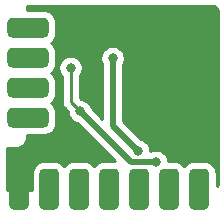
<source format=gbl>
G04 #@! TF.GenerationSoftware,KiCad,Pcbnew,5.1.9+dfsg1-1+deb11u1*
G04 #@! TF.CreationDate,2023-10-04T18:53:56+00:00*
G04 #@! TF.ProjectId,ControllerCurrentShuntAddOn,436f6e74-726f-46c6-9c65-724375727265,rev?*
G04 #@! TF.SameCoordinates,Original*
G04 #@! TF.FileFunction,Copper,L2,Bot*
G04 #@! TF.FilePolarity,Positive*
%FSLAX46Y46*%
G04 Gerber Fmt 4.6, Leading zero omitted, Abs format (unit mm)*
G04 Created by KiCad (PCBNEW 5.1.9+dfsg1-1+deb11u1) date 2023-10-04 18:53:56*
%MOMM*%
%LPD*%
G01*
G04 APERTURE LIST*
G04 #@! TA.AperFunction,ViaPad*
%ADD10C,0.800000*%
G04 #@! TD*
G04 #@! TA.AperFunction,Conductor*
%ADD11C,0.250000*%
G04 #@! TD*
G04 #@! TA.AperFunction,Conductor*
%ADD12C,0.500000*%
G04 #@! TD*
G04 #@! TA.AperFunction,Conductor*
%ADD13C,0.254000*%
G04 #@! TD*
G04 #@! TA.AperFunction,Conductor*
%ADD14C,0.100000*%
G04 #@! TD*
G04 APERTURE END LIST*
G04 #@! TA.AperFunction,ComponentPad*
G36*
G01*
X208300000Y-97855000D02*
X208300000Y-98705000D01*
G75*
G02*
X207875000Y-99130000I-425000J0D01*
G01*
X205225000Y-99130000D01*
G75*
G02*
X204800000Y-98705000I0J425000D01*
G01*
X204800000Y-97855000D01*
G75*
G02*
X205225000Y-97430000I425000J0D01*
G01*
X207875000Y-97430000D01*
G75*
G02*
X208300000Y-97855000I0J-425000D01*
G01*
G37*
G04 #@! TD.AperFunction*
G04 #@! TA.AperFunction,ComponentPad*
G36*
G01*
X208300000Y-100395000D02*
X208300000Y-101245000D01*
G75*
G02*
X207875000Y-101670000I-425000J0D01*
G01*
X205225000Y-101670000D01*
G75*
G02*
X204800000Y-101245000I0J425000D01*
G01*
X204800000Y-100395000D01*
G75*
G02*
X205225000Y-99970000I425000J0D01*
G01*
X207875000Y-99970000D01*
G75*
G02*
X208300000Y-100395000I0J-425000D01*
G01*
G37*
G04 #@! TD.AperFunction*
G04 #@! TA.AperFunction,ComponentPad*
G36*
G01*
X208300000Y-102935000D02*
X208300000Y-103785000D01*
G75*
G02*
X207875000Y-104210000I-425000J0D01*
G01*
X205225000Y-104210000D01*
G75*
G02*
X204800000Y-103785000I0J425000D01*
G01*
X204800000Y-102935000D01*
G75*
G02*
X205225000Y-102510000I425000J0D01*
G01*
X207875000Y-102510000D01*
G75*
G02*
X208300000Y-102935000I0J-425000D01*
G01*
G37*
G04 #@! TD.AperFunction*
G04 #@! TA.AperFunction,ComponentPad*
G36*
G01*
X208300000Y-105475000D02*
X208300000Y-106325000D01*
G75*
G02*
X207875000Y-106750000I-425000J0D01*
G01*
X205225000Y-106750000D01*
G75*
G02*
X204800000Y-106325000I0J425000D01*
G01*
X204800000Y-105475000D01*
G75*
G02*
X205225000Y-105050000I425000J0D01*
G01*
X207875000Y-105050000D01*
G75*
G02*
X208300000Y-105475000I0J-425000D01*
G01*
G37*
G04 #@! TD.AperFunction*
G04 #@! TA.AperFunction,ComponentPad*
G36*
G01*
X221465000Y-113700000D02*
X220615000Y-113700000D01*
G75*
G02*
X220190000Y-113275000I0J425000D01*
G01*
X220190000Y-110625000D01*
G75*
G02*
X220615000Y-110200000I425000J0D01*
G01*
X221465000Y-110200000D01*
G75*
G02*
X221890000Y-110625000I0J-425000D01*
G01*
X221890000Y-113275000D01*
G75*
G02*
X221465000Y-113700000I-425000J0D01*
G01*
G37*
G04 #@! TD.AperFunction*
G04 #@! TA.AperFunction,ComponentPad*
G36*
G01*
X218925000Y-113700000D02*
X218075000Y-113700000D01*
G75*
G02*
X217650000Y-113275000I0J425000D01*
G01*
X217650000Y-110625000D01*
G75*
G02*
X218075000Y-110200000I425000J0D01*
G01*
X218925000Y-110200000D01*
G75*
G02*
X219350000Y-110625000I0J-425000D01*
G01*
X219350000Y-113275000D01*
G75*
G02*
X218925000Y-113700000I-425000J0D01*
G01*
G37*
G04 #@! TD.AperFunction*
G04 #@! TA.AperFunction,ComponentPad*
G36*
G01*
X216385000Y-113700000D02*
X215535000Y-113700000D01*
G75*
G02*
X215110000Y-113275000I0J425000D01*
G01*
X215110000Y-110625000D01*
G75*
G02*
X215535000Y-110200000I425000J0D01*
G01*
X216385000Y-110200000D01*
G75*
G02*
X216810000Y-110625000I0J-425000D01*
G01*
X216810000Y-113275000D01*
G75*
G02*
X216385000Y-113700000I-425000J0D01*
G01*
G37*
G04 #@! TD.AperFunction*
G04 #@! TA.AperFunction,ComponentPad*
G36*
G01*
X213845000Y-113700000D02*
X212995000Y-113700000D01*
G75*
G02*
X212570000Y-113275000I0J425000D01*
G01*
X212570000Y-110625000D01*
G75*
G02*
X212995000Y-110200000I425000J0D01*
G01*
X213845000Y-110200000D01*
G75*
G02*
X214270000Y-110625000I0J-425000D01*
G01*
X214270000Y-113275000D01*
G75*
G02*
X213845000Y-113700000I-425000J0D01*
G01*
G37*
G04 #@! TD.AperFunction*
G04 #@! TA.AperFunction,ComponentPad*
G36*
G01*
X211305000Y-113700000D02*
X210455000Y-113700000D01*
G75*
G02*
X210030000Y-113275000I0J425000D01*
G01*
X210030000Y-110625000D01*
G75*
G02*
X210455000Y-110200000I425000J0D01*
G01*
X211305000Y-110200000D01*
G75*
G02*
X211730000Y-110625000I0J-425000D01*
G01*
X211730000Y-113275000D01*
G75*
G02*
X211305000Y-113700000I-425000J0D01*
G01*
G37*
G04 #@! TD.AperFunction*
G04 #@! TA.AperFunction,ComponentPad*
G36*
G01*
X208765000Y-113700000D02*
X207915000Y-113700000D01*
G75*
G02*
X207490000Y-113275000I0J425000D01*
G01*
X207490000Y-110625000D01*
G75*
G02*
X207915000Y-110200000I425000J0D01*
G01*
X208765000Y-110200000D01*
G75*
G02*
X209190000Y-110625000I0J-425000D01*
G01*
X209190000Y-113275000D01*
G75*
G02*
X208765000Y-113700000I-425000J0D01*
G01*
G37*
G04 #@! TD.AperFunction*
G04 #@! TA.AperFunction,ComponentPad*
G36*
G01*
X206225000Y-113700000D02*
X205375000Y-113700000D01*
G75*
G02*
X204950000Y-113275000I0J425000D01*
G01*
X204950000Y-110625000D01*
G75*
G02*
X205375000Y-110200000I425000J0D01*
G01*
X206225000Y-110200000D01*
G75*
G02*
X206650000Y-110625000I0J-425000D01*
G01*
X206650000Y-113275000D01*
G75*
G02*
X206225000Y-113700000I-425000J0D01*
G01*
G37*
G04 #@! TD.AperFunction*
D10*
X206600000Y-109200000D03*
X207700000Y-109200000D03*
X207700000Y-108200000D03*
X206600000Y-108200000D03*
X217770000Y-105950000D03*
X212400000Y-104270000D03*
X211450000Y-104270000D03*
X209200000Y-99150000D03*
X210200000Y-99150000D03*
X211200000Y-99150000D03*
X217770000Y-104950000D03*
X215000000Y-102160000D03*
X210152512Y-101674990D03*
X217410000Y-109660000D03*
X210960000Y-105360000D03*
X213720000Y-100850000D03*
X215870000Y-108730000D03*
D11*
X210152512Y-104552512D02*
X210960000Y-105360000D01*
X210152512Y-101674990D02*
X210152512Y-104552512D01*
D12*
X217410000Y-109660000D02*
X215260000Y-109660000D01*
X215260000Y-109660000D02*
X210960000Y-105360000D01*
X213720000Y-106580000D02*
X215870000Y-108730000D01*
X213720000Y-100850000D02*
X213720000Y-106580000D01*
D13*
X222623000Y-96802677D02*
X222623000Y-111597467D01*
X222528072Y-111692578D01*
X222528072Y-110625000D01*
X222507645Y-110417605D01*
X222447150Y-110218180D01*
X222348912Y-110034389D01*
X222216705Y-109873295D01*
X222055611Y-109741088D01*
X221871820Y-109642850D01*
X221672395Y-109582355D01*
X221465000Y-109561928D01*
X220615000Y-109561928D01*
X220407605Y-109582355D01*
X220208180Y-109642850D01*
X220024389Y-109741088D01*
X219863295Y-109873295D01*
X219770000Y-109986975D01*
X219676705Y-109873295D01*
X219515611Y-109741088D01*
X219331820Y-109642850D01*
X219132395Y-109582355D01*
X218925000Y-109561928D01*
X218445000Y-109561928D01*
X218445000Y-109558061D01*
X218405226Y-109358102D01*
X218327205Y-109169744D01*
X218213937Y-109000226D01*
X218069774Y-108856063D01*
X217900256Y-108742795D01*
X217711898Y-108664774D01*
X217511939Y-108625000D01*
X217308061Y-108625000D01*
X217108102Y-108664774D01*
X216919744Y-108742795D01*
X216905000Y-108752647D01*
X216905000Y-108628061D01*
X216865226Y-108428102D01*
X216787205Y-108239744D01*
X216673937Y-108070226D01*
X216529774Y-107926063D01*
X216360256Y-107812795D01*
X216171898Y-107734774D01*
X216115044Y-107723465D01*
X214605000Y-106213422D01*
X214605000Y-101388454D01*
X214637205Y-101340256D01*
X214715226Y-101151898D01*
X214755000Y-100951939D01*
X214755000Y-100748061D01*
X214715226Y-100548102D01*
X214637205Y-100359744D01*
X214523937Y-100190226D01*
X214379774Y-100046063D01*
X214210256Y-99932795D01*
X214021898Y-99854774D01*
X213821939Y-99815000D01*
X213618061Y-99815000D01*
X213418102Y-99854774D01*
X213229744Y-99932795D01*
X213060226Y-100046063D01*
X212916063Y-100190226D01*
X212802795Y-100359744D01*
X212724774Y-100548102D01*
X212685000Y-100748061D01*
X212685000Y-100951939D01*
X212724774Y-101151898D01*
X212802795Y-101340256D01*
X212835000Y-101388454D01*
X212835001Y-105983423D01*
X211966535Y-105114957D01*
X211955226Y-105058102D01*
X211877205Y-104869744D01*
X211763937Y-104700226D01*
X211619774Y-104556063D01*
X211450256Y-104442795D01*
X211261898Y-104364774D01*
X211061939Y-104325000D01*
X210999802Y-104325000D01*
X210912512Y-104237710D01*
X210912512Y-102378701D01*
X210956449Y-102334764D01*
X211069717Y-102165246D01*
X211147738Y-101976888D01*
X211187512Y-101776929D01*
X211187512Y-101573051D01*
X211147738Y-101373092D01*
X211069717Y-101184734D01*
X210956449Y-101015216D01*
X210812286Y-100871053D01*
X210642768Y-100757785D01*
X210454410Y-100679764D01*
X210254451Y-100639990D01*
X210050573Y-100639990D01*
X209850614Y-100679764D01*
X209662256Y-100757785D01*
X209492738Y-100871053D01*
X209348575Y-101015216D01*
X209235307Y-101184734D01*
X209157286Y-101373092D01*
X209117512Y-101573051D01*
X209117512Y-101776929D01*
X209157286Y-101976888D01*
X209235307Y-102165246D01*
X209348575Y-102334764D01*
X209392512Y-102378701D01*
X209392513Y-104515180D01*
X209388836Y-104552512D01*
X209403510Y-104701497D01*
X209446966Y-104844758D01*
X209517538Y-104976788D01*
X209588713Y-105063514D01*
X209612512Y-105092513D01*
X209641509Y-105116311D01*
X209925000Y-105399802D01*
X209925000Y-105461939D01*
X209964774Y-105661898D01*
X210042795Y-105850256D01*
X210156063Y-106019774D01*
X210300226Y-106163937D01*
X210469744Y-106277205D01*
X210658102Y-106355226D01*
X210714957Y-106366535D01*
X213917489Y-109569068D01*
X213845000Y-109561928D01*
X212995000Y-109561928D01*
X212787605Y-109582355D01*
X212588180Y-109642850D01*
X212404389Y-109741088D01*
X212243295Y-109873295D01*
X212150000Y-109986975D01*
X212056705Y-109873295D01*
X211895611Y-109741088D01*
X211711820Y-109642850D01*
X211512395Y-109582355D01*
X211305000Y-109561928D01*
X210455000Y-109561928D01*
X210247605Y-109582355D01*
X210048180Y-109642850D01*
X209864389Y-109741088D01*
X209703295Y-109873295D01*
X209610000Y-109986975D01*
X209516705Y-109873295D01*
X209355611Y-109741088D01*
X209171820Y-109642850D01*
X208972395Y-109582355D01*
X208765000Y-109561928D01*
X207915000Y-109561928D01*
X207707605Y-109582355D01*
X207508180Y-109642850D01*
X207324389Y-109741088D01*
X207163295Y-109873295D01*
X207031088Y-110034389D01*
X206932850Y-110218180D01*
X206872355Y-110417605D01*
X206851928Y-110625000D01*
X206851928Y-112040000D01*
X204760000Y-112040000D01*
X204760000Y-108460000D01*
X205532419Y-108460000D01*
X205560189Y-108457265D01*
X205561910Y-108457277D01*
X205571082Y-108456378D01*
X205599201Y-108453423D01*
X205629383Y-108450450D01*
X205631491Y-108449810D01*
X205687940Y-108438223D01*
X205746670Y-108427020D01*
X205755486Y-108424358D01*
X205755490Y-108424357D01*
X205755493Y-108424356D01*
X205811424Y-108407042D01*
X205866551Y-108383869D01*
X205922034Y-108361452D01*
X205930171Y-108357125D01*
X205981674Y-108329277D01*
X206031234Y-108295847D01*
X206081319Y-108263073D01*
X206088460Y-108257248D01*
X206133572Y-108219927D01*
X206175713Y-108177491D01*
X206218462Y-108135628D01*
X206224336Y-108128527D01*
X206261341Y-108083154D01*
X206294433Y-108033346D01*
X206328235Y-107983981D01*
X206332618Y-107975875D01*
X206360106Y-107924179D01*
X206382894Y-107868893D01*
X206406470Y-107813887D01*
X206409194Y-107805084D01*
X206426117Y-107749033D01*
X206437731Y-107690380D01*
X206450175Y-107631835D01*
X206450423Y-107629471D01*
X206450450Y-107629383D01*
X206450710Y-107626746D01*
X206451138Y-107622670D01*
X206456851Y-107564400D01*
X206456851Y-107564392D01*
X206460000Y-107532419D01*
X206460000Y-107388072D01*
X207875000Y-107388072D01*
X208082395Y-107367645D01*
X208281820Y-107307150D01*
X208465611Y-107208912D01*
X208626705Y-107076705D01*
X208758912Y-106915611D01*
X208857150Y-106731820D01*
X208917645Y-106532395D01*
X208938072Y-106325000D01*
X208938072Y-105475000D01*
X208917645Y-105267605D01*
X208857150Y-105068180D01*
X208758912Y-104884389D01*
X208626705Y-104723295D01*
X208513025Y-104630000D01*
X208626705Y-104536705D01*
X208758912Y-104375611D01*
X208857150Y-104191820D01*
X208917645Y-103992395D01*
X208938072Y-103785000D01*
X208938072Y-102935000D01*
X208917645Y-102727605D01*
X208857150Y-102528180D01*
X208758912Y-102344389D01*
X208626705Y-102183295D01*
X208513025Y-102090000D01*
X208626705Y-101996705D01*
X208758912Y-101835611D01*
X208857150Y-101651820D01*
X208917645Y-101452395D01*
X208938072Y-101245000D01*
X208938072Y-100395000D01*
X208917645Y-100187605D01*
X208857150Y-99988180D01*
X208758912Y-99804389D01*
X208626705Y-99643295D01*
X208513025Y-99550000D01*
X208626705Y-99456705D01*
X208758912Y-99295611D01*
X208857150Y-99111820D01*
X208917645Y-98912395D01*
X208938072Y-98705000D01*
X208938072Y-97855000D01*
X208917645Y-97647605D01*
X208857150Y-97448180D01*
X208758912Y-97264389D01*
X208626705Y-97103295D01*
X208465611Y-96971088D01*
X208281820Y-96872850D01*
X208082395Y-96812355D01*
X207875000Y-96791928D01*
X206460000Y-96791928D01*
X206460000Y-96460000D01*
X222279663Y-96460000D01*
X222623000Y-96802677D01*
G04 #@! TA.AperFunction,Conductor*
D14*
G36*
X222623000Y-96802677D02*
G01*
X222623000Y-111597467D01*
X222528072Y-111692578D01*
X222528072Y-110625000D01*
X222507645Y-110417605D01*
X222447150Y-110218180D01*
X222348912Y-110034389D01*
X222216705Y-109873295D01*
X222055611Y-109741088D01*
X221871820Y-109642850D01*
X221672395Y-109582355D01*
X221465000Y-109561928D01*
X220615000Y-109561928D01*
X220407605Y-109582355D01*
X220208180Y-109642850D01*
X220024389Y-109741088D01*
X219863295Y-109873295D01*
X219770000Y-109986975D01*
X219676705Y-109873295D01*
X219515611Y-109741088D01*
X219331820Y-109642850D01*
X219132395Y-109582355D01*
X218925000Y-109561928D01*
X218445000Y-109561928D01*
X218445000Y-109558061D01*
X218405226Y-109358102D01*
X218327205Y-109169744D01*
X218213937Y-109000226D01*
X218069774Y-108856063D01*
X217900256Y-108742795D01*
X217711898Y-108664774D01*
X217511939Y-108625000D01*
X217308061Y-108625000D01*
X217108102Y-108664774D01*
X216919744Y-108742795D01*
X216905000Y-108752647D01*
X216905000Y-108628061D01*
X216865226Y-108428102D01*
X216787205Y-108239744D01*
X216673937Y-108070226D01*
X216529774Y-107926063D01*
X216360256Y-107812795D01*
X216171898Y-107734774D01*
X216115044Y-107723465D01*
X214605000Y-106213422D01*
X214605000Y-101388454D01*
X214637205Y-101340256D01*
X214715226Y-101151898D01*
X214755000Y-100951939D01*
X214755000Y-100748061D01*
X214715226Y-100548102D01*
X214637205Y-100359744D01*
X214523937Y-100190226D01*
X214379774Y-100046063D01*
X214210256Y-99932795D01*
X214021898Y-99854774D01*
X213821939Y-99815000D01*
X213618061Y-99815000D01*
X213418102Y-99854774D01*
X213229744Y-99932795D01*
X213060226Y-100046063D01*
X212916063Y-100190226D01*
X212802795Y-100359744D01*
X212724774Y-100548102D01*
X212685000Y-100748061D01*
X212685000Y-100951939D01*
X212724774Y-101151898D01*
X212802795Y-101340256D01*
X212835000Y-101388454D01*
X212835001Y-105983423D01*
X211966535Y-105114957D01*
X211955226Y-105058102D01*
X211877205Y-104869744D01*
X211763937Y-104700226D01*
X211619774Y-104556063D01*
X211450256Y-104442795D01*
X211261898Y-104364774D01*
X211061939Y-104325000D01*
X210999802Y-104325000D01*
X210912512Y-104237710D01*
X210912512Y-102378701D01*
X210956449Y-102334764D01*
X211069717Y-102165246D01*
X211147738Y-101976888D01*
X211187512Y-101776929D01*
X211187512Y-101573051D01*
X211147738Y-101373092D01*
X211069717Y-101184734D01*
X210956449Y-101015216D01*
X210812286Y-100871053D01*
X210642768Y-100757785D01*
X210454410Y-100679764D01*
X210254451Y-100639990D01*
X210050573Y-100639990D01*
X209850614Y-100679764D01*
X209662256Y-100757785D01*
X209492738Y-100871053D01*
X209348575Y-101015216D01*
X209235307Y-101184734D01*
X209157286Y-101373092D01*
X209117512Y-101573051D01*
X209117512Y-101776929D01*
X209157286Y-101976888D01*
X209235307Y-102165246D01*
X209348575Y-102334764D01*
X209392512Y-102378701D01*
X209392513Y-104515180D01*
X209388836Y-104552512D01*
X209403510Y-104701497D01*
X209446966Y-104844758D01*
X209517538Y-104976788D01*
X209588713Y-105063514D01*
X209612512Y-105092513D01*
X209641509Y-105116311D01*
X209925000Y-105399802D01*
X209925000Y-105461939D01*
X209964774Y-105661898D01*
X210042795Y-105850256D01*
X210156063Y-106019774D01*
X210300226Y-106163937D01*
X210469744Y-106277205D01*
X210658102Y-106355226D01*
X210714957Y-106366535D01*
X213917489Y-109569068D01*
X213845000Y-109561928D01*
X212995000Y-109561928D01*
X212787605Y-109582355D01*
X212588180Y-109642850D01*
X212404389Y-109741088D01*
X212243295Y-109873295D01*
X212150000Y-109986975D01*
X212056705Y-109873295D01*
X211895611Y-109741088D01*
X211711820Y-109642850D01*
X211512395Y-109582355D01*
X211305000Y-109561928D01*
X210455000Y-109561928D01*
X210247605Y-109582355D01*
X210048180Y-109642850D01*
X209864389Y-109741088D01*
X209703295Y-109873295D01*
X209610000Y-109986975D01*
X209516705Y-109873295D01*
X209355611Y-109741088D01*
X209171820Y-109642850D01*
X208972395Y-109582355D01*
X208765000Y-109561928D01*
X207915000Y-109561928D01*
X207707605Y-109582355D01*
X207508180Y-109642850D01*
X207324389Y-109741088D01*
X207163295Y-109873295D01*
X207031088Y-110034389D01*
X206932850Y-110218180D01*
X206872355Y-110417605D01*
X206851928Y-110625000D01*
X206851928Y-112040000D01*
X204760000Y-112040000D01*
X204760000Y-108460000D01*
X205532419Y-108460000D01*
X205560189Y-108457265D01*
X205561910Y-108457277D01*
X205571082Y-108456378D01*
X205599201Y-108453423D01*
X205629383Y-108450450D01*
X205631491Y-108449810D01*
X205687940Y-108438223D01*
X205746670Y-108427020D01*
X205755486Y-108424358D01*
X205755490Y-108424357D01*
X205755493Y-108424356D01*
X205811424Y-108407042D01*
X205866551Y-108383869D01*
X205922034Y-108361452D01*
X205930171Y-108357125D01*
X205981674Y-108329277D01*
X206031234Y-108295847D01*
X206081319Y-108263073D01*
X206088460Y-108257248D01*
X206133572Y-108219927D01*
X206175713Y-108177491D01*
X206218462Y-108135628D01*
X206224336Y-108128527D01*
X206261341Y-108083154D01*
X206294433Y-108033346D01*
X206328235Y-107983981D01*
X206332618Y-107975875D01*
X206360106Y-107924179D01*
X206382894Y-107868893D01*
X206406470Y-107813887D01*
X206409194Y-107805084D01*
X206426117Y-107749033D01*
X206437731Y-107690380D01*
X206450175Y-107631835D01*
X206450423Y-107629471D01*
X206450450Y-107629383D01*
X206450710Y-107626746D01*
X206451138Y-107622670D01*
X206456851Y-107564400D01*
X206456851Y-107564392D01*
X206460000Y-107532419D01*
X206460000Y-107388072D01*
X207875000Y-107388072D01*
X208082395Y-107367645D01*
X208281820Y-107307150D01*
X208465611Y-107208912D01*
X208626705Y-107076705D01*
X208758912Y-106915611D01*
X208857150Y-106731820D01*
X208917645Y-106532395D01*
X208938072Y-106325000D01*
X208938072Y-105475000D01*
X208917645Y-105267605D01*
X208857150Y-105068180D01*
X208758912Y-104884389D01*
X208626705Y-104723295D01*
X208513025Y-104630000D01*
X208626705Y-104536705D01*
X208758912Y-104375611D01*
X208857150Y-104191820D01*
X208917645Y-103992395D01*
X208938072Y-103785000D01*
X208938072Y-102935000D01*
X208917645Y-102727605D01*
X208857150Y-102528180D01*
X208758912Y-102344389D01*
X208626705Y-102183295D01*
X208513025Y-102090000D01*
X208626705Y-101996705D01*
X208758912Y-101835611D01*
X208857150Y-101651820D01*
X208917645Y-101452395D01*
X208938072Y-101245000D01*
X208938072Y-100395000D01*
X208917645Y-100187605D01*
X208857150Y-99988180D01*
X208758912Y-99804389D01*
X208626705Y-99643295D01*
X208513025Y-99550000D01*
X208626705Y-99456705D01*
X208758912Y-99295611D01*
X208857150Y-99111820D01*
X208917645Y-98912395D01*
X208938072Y-98705000D01*
X208938072Y-97855000D01*
X208917645Y-97647605D01*
X208857150Y-97448180D01*
X208758912Y-97264389D01*
X208626705Y-97103295D01*
X208465611Y-96971088D01*
X208281820Y-96872850D01*
X208082395Y-96812355D01*
X207875000Y-96791928D01*
X206460000Y-96791928D01*
X206460000Y-96460000D01*
X222279663Y-96460000D01*
X222623000Y-96802677D01*
G37*
G04 #@! TD.AperFunction*
M02*

</source>
